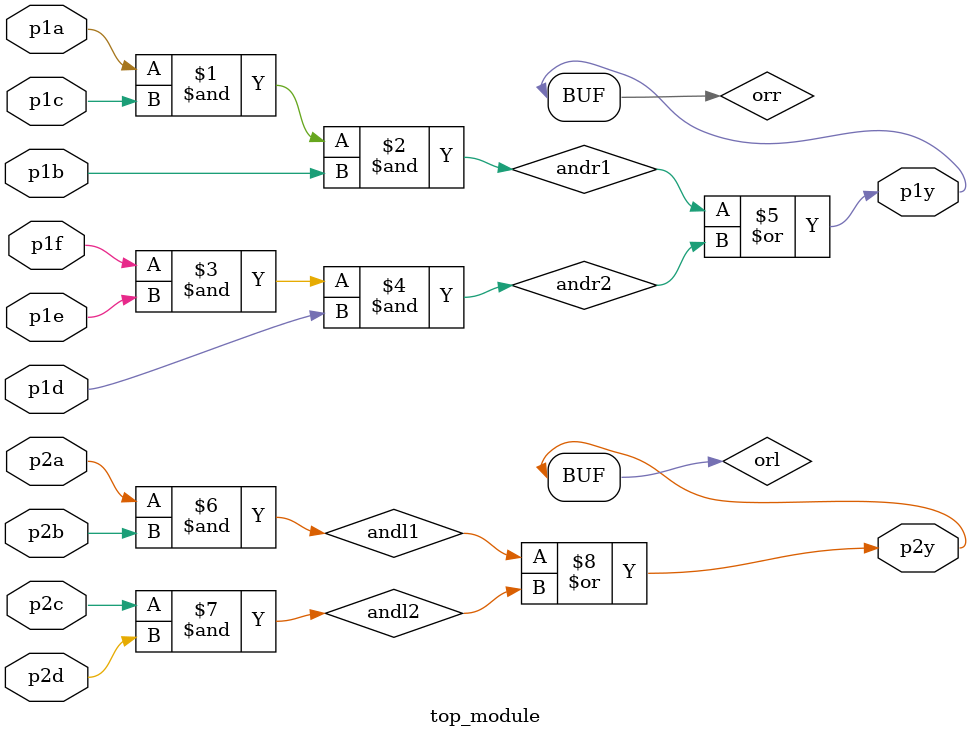
<source format=v>
module top_module ( 
    input p1a, p1b, p1c, p1d, p1e, p1f,
    output p1y,
    input p2a, p2b, p2c, p2d,
    output p2y );

	wire andr1 = p1a & p1c & p1b;
    wire andr2 = p1f & p1e & p1d;
    wire orr = andr1 | andr2;
    assign p1y = orr;
    
   	wire andl1 = p2a & p2b;
    wire andl2 = p2c & p2d;
    wire orl = andl1 | andl2;
    assign p2y = orl;
    
endmodule

</source>
